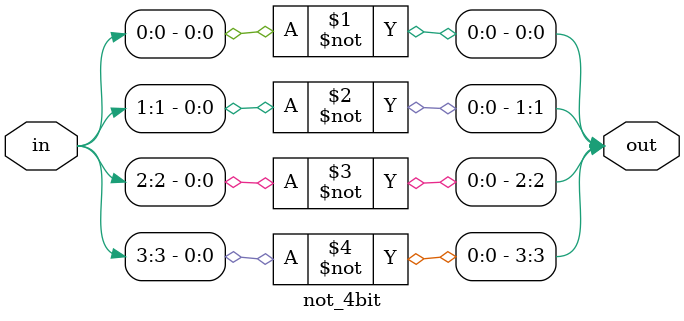
<source format=v>
module not_4bit(out,in);
    input [3:0] in;
    output [3:0] out;

    assign out[0] = ~in[0];
    assign out[1] = ~in[1];
    assign out[2] = ~in[2];
    assign out[3] = ~in[3];
endmodule
</source>
